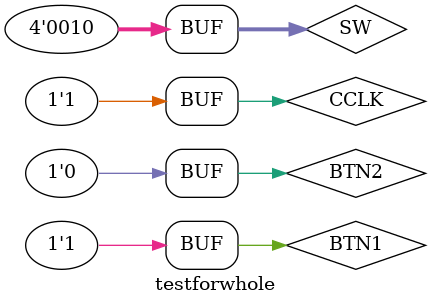
<source format=v>
`timescale 1ns / 1ps


module testforwhole;

	// Inputs
	reg CCLK;
	reg BTN2;
	reg BTN1;
	reg BTN3;
	reg [3:0] SW;

	// Outputs
	wire LCDRS;
	wire LCDRW;
	wire LCDE;
	wire [3:0] LCDDAT;
	wire [7:0] LED;
	wire [31:0] disp_num;
   wire [31:0] PC,AAdat,BBdat,Result;
	wire [2:0]ALUoper;
	wire JUMP_ID_EX,BEQ_EX_MEM,BNE_EX_MEM,ZERO_EX_MEM;
	// Instantiate the Unit Under Test (UUT)
	top uut (
		.CCLK(CCLK), 
		.BTN1(BTN1),
		.BTN2(BTN2), 
		.BTN3(BTN3),
		.SW(SW), 
		.LCDRS(LCDRS), 
		.LCDRW(LCDRW), 
		.LCDE(LCDE), 
		.LCDDAT(LCDDAT), 
		.LED(LED),
		.disp_num(disp_num),
		.PC(PC),
		.AAdat(AAdat),
		.BBdat(BBdat),
		.Result(Result),
		.ALUoper(ALUoper),
		.JUMP_ID_EX(JUMP_ID_EX),
		.BEQ_EX_MEM(BEQ_EX_MEM),
		.BNE_EX_MEM(BNE_EX_MEM),
		.ZERO_EX_MEM(ZERO_EX_MEM)
	);

	initial begin
		// Initialize Inputs
		CCLK = 0;
		BTN2 = 0;
		BTN1 = 0;
		SW = 4'b1011;
		
		
		// Wait 100 ns for global reset to finish
		#100;
		SW = 4'b0000; //addi  $s0, $zero, 5
		BTN1=1;
      BTN2=1;
		#10;
		BTN2=0;
		#100;
		BTN2=1; 
		#10;
		BTN2=0;
		#100; 
		BTN2=1;
		#10;
		BTN2=0;
		#100;
		BTN2=1;
		#10;
		BTN2=0;
		#100;		
		SW = 4'b0001; //andi  $s1, $zero, 0
		BTN1=1;
      BTN2=1;
		#10;
		BTN2=0;
		#100;
		BTN2=1; //ori   $s1, $s1, 3
		#10;
		BTN2=0;
		#100; 
		BTN2=1;
		#10;
		BTN2=0;
		#100;
		BTN2=1;
		#10;
		BTN2=0;
		#100;
		SW = 4'b0010;
		BTN1=1;
		BTN2=1;//add   $s2, $s0, $s1
		#10;
		BTN2=0;
		#100;
		   BTN2=1;
		#10;
		BTN2=0;
		#100;
		   BTN2=1;
		#10;
		BTN2=0;
		#100;
		SW = 4'b0011;
		BTN1=1;
		BTN2=1;//sub   $s3, $s0, $s1
		#10;
		BTN2=0;
		#100;
		SW = 4'b0100;
		BTN1=1;
		BTN2=1;//and   $s4, $s0, $s1 
		#10;
		BTN2=0;
		#100;
		SW = 4'b0101;
		BTN1=1;
		BTN2=1;//or    $s5, $s0, $s1 
		#10;
		BTN2=0;
		#100;
		SW = 4'b0000;
		BTN1=1;
		BTN2=1;//srl   $s0, $s0, 2 
		#10;
		BTN2=0;
		#100;
		SW = 4'b0000;
		BTN1=1;
		BTN2=1;//sll   $s0, $s0, 31 
		#10;
		BTN2=0;
		#100;
		SW = 4'b0000;
		BTN1=1;
		BTN2=1;//sra   $s0, $s0, 31 
		#10;
		BTN2=0;
		#100;
		SW = 4'b0010;
		BTN1=1;
		BTN2=1;//sw    $s2, 0($zero)
		#10;
		BTN2=0;
		#100;
		SW = 4'b0011;
		BTN1=1;
		BTN2=1;//lw    $s3, 0($zero)
		#10;
		BTN2=0;
		#100;
		SW = 4'b0010;
		BTN1=1;
		BTN2=1;//subi  $s2, $s2, 1  
		#10;
		BTN2=0;
		#100;
		SW = 4'b0010;
		BTN1=1;
		BTN2=1;//jump:beq   $s2, $s3, 2 
		#10;
		BTN2=0;
		#100;
		SW = 4'b0010;
		BTN1=1;
		BTN2=1;//addi  $s2, $s2, 1
		#10;
		BTN2=0;
		#100;
		SW = 4'b0010;
		BTN1=1;
		BTN2=1;//j     jump
		#10;
		BTN2=0;
		#100;
		SW = 4'b0010;
		BTN1=1;
		BTN2=1;//bne   $s2, $s3, 2 
		#10;
		BTN2=0;
		#100;
		SW = 4'b0010;
		BTN1=1;
		BTN2=1;//subi  $s2, $s3, 1 
		#10;
		BTN2=0;
		#100;
		SW = 4'b0010;
		BTN1=1;
		BTN2=1;//addi  $s2, $s2, 1 
		#10;
		BTN2=0;
		#100;
		BTN2=1;
		#10;
		BTN2=0;
		#100;
		BTN2=1;
		#10;
		BTN2=0;
		#100;
		BTN2=1;
		#10;
		BTN2=0;
		#100;
		BTN2=1;
		#10;
		BTN2=0;
		#100;
		BTN2=1;
		#10;
		BTN2=0;
		#100;
		BTN2=1;
		#10;
		BTN2=0;
		#100;
		BTN2=1;
		#10;
		BTN2=0;
		#100;
		BTN2=1;
		#10;
		BTN2=0;
		#100;
		BTN2=1;
		#10;
		BTN2=0;
		#100;
		BTN2=1;
		#10;
		BTN2=0;
		#100;
		BTN2=1;
		#10;
		BTN2=0;
		#100;
		BTN2=1;
		#10;
		BTN2=0;
		#100;
		BTN2=1;
		#10;
		BTN2=0;
		#100;
	
	end
         always 
	begin
	#1;
	CCLK=0;
	#1;
	CCLK=1;
	end
endmodule


</source>
